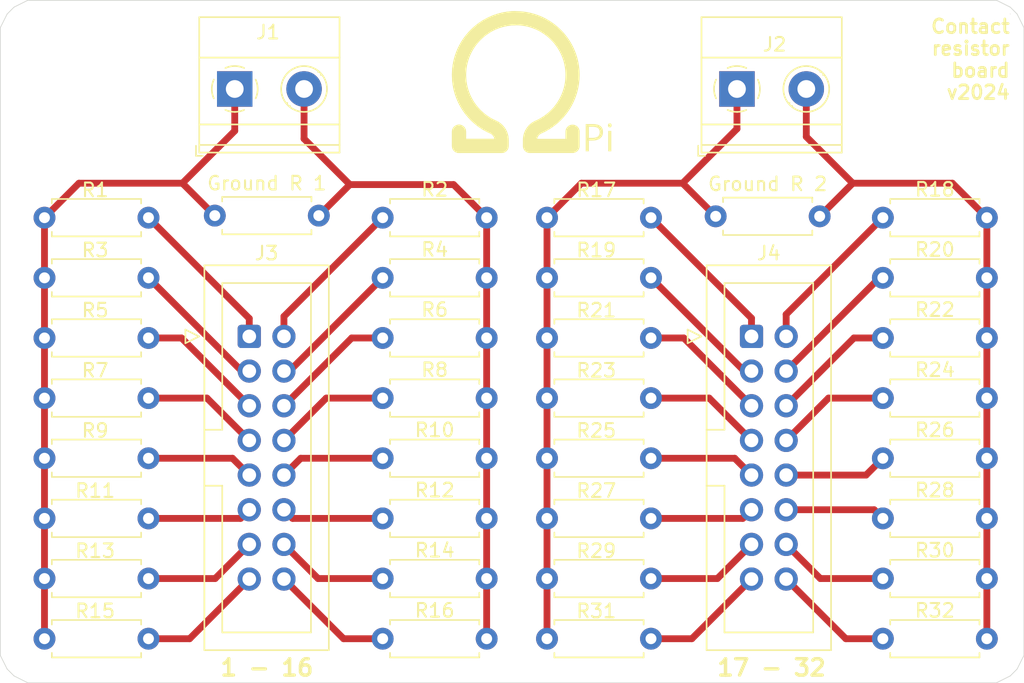
<source format=kicad_pcb>
(kicad_pcb (version 20221018) (generator pcbnew)
  (layers (0 "F.Cu" signal) (31 "B.Cu" signal) (34 "B.Paste" user) (35 "F.Paste" user) (36 "B.SilkS" user "B.Silkscreen") (37 "F.SilkS" user "F.Silkscreen") (38 "B.Mask" user) (39 "F.Mask" user) (44 "Edge.Cuts" user))
  (net 0 "")
  (net 1 "Net-(J1-Pin_1)")
  (net 2 "Net-(J1-Pin_2)")
  (net 3 "Net-(J2-Pin_1)")
  (net 4 "Net-(J2-Pin_2)")
  (net 5 "Net-(J3-Pin_1)")
  (net 6 "Net-(J3-Pin_2)")
  (net 7 "Net-(J4-Pin_1)")
  (net 8 "Net-(J4-Pin_2)")
  (net 9 "Net-(J3-Pin_3)")
  (net 10 "Net-(J3-Pin_4)")
  (net 11 "Net-(J3-Pin_5)")
  (net 12 "Net-(J3-Pin_6)")
  (net 13 "Net-(J3-Pin_7)")
  (net 14 "Net-(J3-Pin_8)")
  (net 15 "Net-(J3-Pin_9)")
  (net 16 "Net-(J3-Pin_10)")
  (net 17 "Net-(J3-Pin_11)")
  (net 18 "Net-(J3-Pin_12)")
  (net 19 "Net-(J3-Pin_13)")
  (net 20 "Net-(J3-Pin_14)")
  (net 21 "Net-(J3-Pin_15)")
  (net 22 "Net-(J3-Pin_16)")
  (net 23 "Net-(J4-Pin_16)")
  (net 24 "Net-(J4-Pin_15)")
  (net 25 "Net-(J4-Pin_14)")
  (net 26 "Net-(J4-Pin_13)")
  (net 27 "Net-(J4-Pin_12)")
  (net 28 "Net-(J4-Pin_11)")
  (net 29 "Net-(J4-Pin_10)")
  (net 30 "Net-(J4-Pin_9)")
  (net 31 "Net-(J4-Pin_8)")
  (net 32 "Net-(J4-Pin_7)")
  (net 33 "Net-(J4-Pin_6)")
  (net 34 "Net-(J4-Pin_5)")
  (net 35 "Net-(J4-Pin_4)")
  (net 36 "Net-(J4-Pin_3)")
  (footprint "Resistor_THT:R_Axial_DIN0207_L6.3mm_D2.5mm_P7.62mm_Horizontal" (layer "F.Cu") (at 70.215 62.16071)
    (fp_text reference "R12")
    (fp_text value "R")
  )
  (footprint "TerminalBlock_Phoenix:TerminalBlock_Phoenix_MKDS-1,5-2-5.08_1x02_P5.08mm_Horizontal" (layer "F.Cu") (at 96.175 30.695)
    (fp_text reference "J2")
    (fp_text value "Screw_Terminal_01x02")
  )
  (footprint "Resistor_THT:R_Axial_DIN0207_L6.3mm_D2.5mm_P7.62mm_Horizontal" (layer "F.Cu") (at 106.865 57.753568)
    (fp_text reference "R26")
    (fp_text value "R")
  )
  (footprint "Resistor_THT:R_Axial_DIN0207_L6.3mm_D2.5mm_P7.62mm_Horizontal" (layer "F.Cu") (at 70.215 53.346426)
    (fp_text reference "R8")
    (fp_text value "R")
  )
  (footprint "Resistor_THT:R_Axial_DIN0207_L6.3mm_D2.5mm_P7.62mm_Horizontal" (layer "F.Cu") (at 53.055 40.125 180)
    (fp_text reference "R1")
    (fp_text value "R")
  )
  (footprint "Resistor_THT:R_Axial_DIN0207_L6.3mm_D2.5mm_P7.62mm_Horizontal" (layer "F.Cu") (at 89.875 70.975 180)
    (fp_text reference "R31")
    (fp_text value "R")
  )
  (footprint "Resistor_THT:R_Axial_DIN0207_L6.3mm_D2.5mm_P7.62mm_Horizontal" (layer "F.Cu") (at 89.875 48.939284 180)
    (fp_text reference "R21")
    (fp_text value "R")
  )
  (footprint "Resistor_THT:R_Axial_DIN0207_L6.3mm_D2.5mm_P7.62mm_Horizontal" (layer "F.Cu") (at 94.615 40.025)
    (fp_text reference "Ground R 2")
    (fp_text value "R")
  )
  (footprint "Connector_IDC:IDC-Header_2x08_P2.54mm_Vertical" (layer "F.Cu") (at 97.24 48.825)
    (fp_text reference "J4")
    (fp_text value "Conn_02x08_Odd_Even")
  )
  (footprint "Resistor_THT:R_Axial_DIN0207_L6.3mm_D2.5mm_P7.62mm_Horizontal" (layer "F.Cu") (at 106.865 48.939284)
    (fp_text reference "R22")
    (fp_text value "R")
  )
  (footprint "Resistor_THT:R_Axial_DIN0207_L6.3mm_D2.5mm_P7.62mm_Horizontal" (layer "F.Cu") (at 89.875 62.16071 180)
    (fp_text reference "R27")
    (fp_text value "R")
  )
  (footprint "Resistor_THT:R_Axial_DIN0207_L6.3mm_D2.5mm_P7.62mm_Horizontal" (layer "F.Cu") (at 53.055 53.346426 180)
    (fp_text reference "R7")
    (fp_text value "R")
  )
  (footprint "Resistor_THT:R_Axial_DIN0207_L6.3mm_D2.5mm_P7.62mm_Horizontal" (layer "F.Cu") (at 70.215 70.975)
    (fp_text reference "R16")
    (fp_text value "R")
  )
  (footprint "Resistor_THT:R_Axial_DIN0207_L6.3mm_D2.5mm_P7.62mm_Horizontal" (layer "F.Cu") (at 53.055 44.532142 180)
    (fp_text reference "R3")
    (fp_text value "R")
  )
  (footprint "Resistor_THT:R_Axial_DIN0207_L6.3mm_D2.5mm_P7.62mm_Horizontal" (layer "F.Cu") (at 89.875 44.532142 180)
    (fp_text reference "R19")
    (fp_text value "R")
  )
  (footprint "Resistor_THT:R_Axial_DIN0207_L6.3mm_D2.5mm_P7.62mm_Horizontal" (layer "F.Cu") (at 70.215 40.125)
    (fp_text reference "R2")
    (fp_text value "R")
  )
  (footprint "Resistor_THT:R_Axial_DIN0207_L6.3mm_D2.5mm_P7.62mm_Horizontal" (layer "F.Cu") (at 53.055 70.975 180)
    (fp_text reference "R15")
    (fp_text value "R")
  )
  (footprint "Resistor_THT:R_Axial_DIN0207_L6.3mm_D2.5mm_P7.62mm_Horizontal" (layer "F.Cu") (at 106.865 70.975)
    (fp_text reference "R32")
    (fp_text value "R")
  )
  (footprint "Resistor_THT:R_Axial_DIN0207_L6.3mm_D2.5mm_P7.62mm_Horizontal" (layer "F.Cu") (at 70.215 57.753568)
    (fp_text reference "R10")
    (fp_text value "R")
  )
  (footprint "Resistor_THT:R_Axial_DIN0207_L6.3mm_D2.5mm_P7.62mm_Horizontal" (layer "F.Cu") (at 89.875 66.567852 180)
    (fp_text reference "R29")
    (fp_text value "R")
  )
  (footprint "Resistor_THT:R_Axial_DIN0207_L6.3mm_D2.5mm_P7.62mm_Horizontal" (layer "F.Cu") (at 89.875 40.125 180)
    (fp_text reference "R17")
    (fp_text value "R")
  )
  (footprint "Resistor_THT:R_Axial_DIN0207_L6.3mm_D2.5mm_P7.62mm_Horizontal" (layer "F.Cu") (at 106.865 66.567852)
    (fp_text reference "R30")
    (fp_text value "R")
  )
  (footprint "Resistor_THT:R_Axial_DIN0207_L6.3mm_D2.5mm_P7.62mm_Horizontal" (layer "F.Cu") (at 106.865 40.125)
    (fp_text reference "R18")
    (fp_text value "R")
  )
  (footprint "Resistor_THT:R_Axial_DIN0207_L6.3mm_D2.5mm_P7.62mm_Horizontal" (layer "F.Cu") (at 89.875 57.753568 180)
    (fp_text reference "R25")
    (fp_text value "R")
  )
  (footprint "Connector_IDC:IDC-Header_2x08_P2.54mm_Vertical" (layer "F.Cu") (at 60.44 48.825)
    (fp_text reference "J3")
    (fp_text value "Conn_02x08_Odd_Even")
  )
  (footprint "Resistor_THT:R_Axial_DIN0207_L6.3mm_D2.5mm_P7.62mm_Horizontal" (layer "F.Cu") (at 89.875 53.346426 180)
    (fp_text reference "R23")
    (fp_text value "R")
  )
  (footprint "Resistor_THT:R_Axial_DIN0207_L6.3mm_D2.5mm_P7.62mm_Horizontal" (layer "F.Cu") (at 106.865 62.16071)
    (fp_text reference "R28")
    (fp_text value "R")
  )
  (footprint "Resistor_THT:R_Axial_DIN0207_L6.3mm_D2.5mm_P7.62mm_Horizontal" (layer "F.Cu") (at 57.915 39.975)
    (fp_text reference "Ground R 1")
    (fp_text value "R")
  )
  (footprint "Resistor_THT:R_Axial_DIN0207_L6.3mm_D2.5mm_P7.62mm_Horizontal" (layer "F.Cu") (at 106.865 44.532142)
    (fp_text reference "R20")
    (fp_text value "R")
  )
  (footprint "Resistor_THT:R_Axial_DIN0207_L6.3mm_D2.5mm_P7.62mm_Horizontal" (layer "F.Cu") (at 70.215 66.567852)
    (fp_text reference "R14")
    (fp_text value "R")
  )
  (footprint "Resistor_THT:R_Axial_DIN0207_L6.3mm_D2.5mm_P7.62mm_Horizontal" (layer "F.Cu") (at 106.865 53.346426)
    (fp_text reference "R24")
    (fp_text value "R")
  )
  (footprint "Resistor_THT:R_Axial_DIN0207_L6.3mm_D2.5mm_P7.62mm_Horizontal" (layer "F.Cu") (at 53.055 57.753568 180)
    (fp_text reference "R9")
    (fp_text value "R")
  )
  (footprint "Resistor_THT:R_Axial_DIN0207_L6.3mm_D2.5mm_P7.62mm_Horizontal" (layer "F.Cu") (at 70.215 44.532142)
    (fp_text reference "R4")
    (fp_text value "R")
  )
  (footprint "Resistor_THT:R_Axial_DIN0207_L6.3mm_D2.5mm_P7.62mm_Horizontal" (layer "F.Cu") (at 53.055 48.939284 180)
    (fp_text reference "R5")
    (fp_text value "R")
  )
  (footprint "Resistor_THT:R_Axial_DIN0207_L6.3mm_D2.5mm_P7.62mm_Horizontal" (layer "F.Cu") (at 53.055 66.567852 180)
    (fp_text reference "R13")
    (fp_text value "R")
  )
  (footprint "Resistor_THT:R_Axial_DIN0207_L6.3mm_D2.5mm_P7.62mm_Horizontal" (layer "F.Cu") (at 70.215 48.939284)
    (fp_text reference "R6")
    (fp_text value "R")
  )
  (footprint "TerminalBlock_Phoenix:TerminalBlock_Phoenix_MKDS-1,5-2-5.08_1x02_P5.08mm_Horizontal" (layer "F.Cu") (at 59.375 30.695)
    (fp_text reference "J1")
    (fp_text value "Screw_Terminal_01x02")
  )
  (footprint "Resistor_THT:R_Axial_DIN0207_L6.3mm_D2.5mm_P7.62mm_Horizontal" (layer "F.Cu") (at 53.055 62.16071 180)
    (fp_text reference "R11")
    (fp_text value "R")
  )
  (gr_poly (pts (xy 80.207778 24.994169) (xy 80.44512 25.012275) (xy 80.679053 25.04209) (xy 80.909282 25.083317) (xy 81.135509 25.135659) (xy 81.357439 25.198822) (xy 81.574774 25.272508) (xy 81.787218 25.356422) (xy 81.994475 25.450267) (xy 82.196248 25.553747) (xy 82.39224 25.666565) (xy 82.582156 25.788426) (xy 82.765697 25.919034) (xy 82.942569 26.058091) (xy 83.112474 26.205302) (xy 83.275116 26.36037) (xy 83.430198 26.523) (xy 83.577424 26.692895) (xy 83.716498 26.869759) (xy 83.847122 27.053295) (xy 83.969 27.243208) (xy 84.081835 27.439201) (xy 84.185332 27.640978) (xy 84.279194 27.848243) (xy 84.363123 28.060699) (xy 84.436824 28.27805) (xy 84.5 28.5) (xy 84.552354 28.726253) (xy 84.59359 28.956513) (xy 84.623412 29.190483) (xy 84.641522 29.427867) (xy 84.647625 29.668368) (xy 84.634827 30.014991) (xy 84.596921 30.356376) (xy 84.534637 30.691407) (xy 84.448709 31.018965) (xy 84.339866 31.337931) (xy 84.20884 31.647188) (xy 84.056363 31.945615) (xy 83.883167 32.232096) (xy 83.689982 32.505512) (xy 83.477541 32.764744) (xy 83.246574 33.008674) (xy 82.997813 33.236183) (xy 82.73199 33.446154) (xy 82.449835 33.637467) (xy 82.152081 33.809005) (xy 81.839459 33.959648) (xy 81.809622 33.973883) (xy 81.780993 33.989821) (xy 81.753622 34.007385) (xy 81.727561 34.026497) (xy 81.702859 34.047081) (xy 81.679567 34.069059) (xy 81.657734 34.092355) (xy 81.637413 34.116891) (xy 81.618651 34.142591) (xy 81.601502 34.169377) (xy 81.586013 34.197173) (xy 81.572237 34.225902) (xy 81.560222 34.255485) (xy 81.55002 34.285848) (xy 81.541682 34.316912) (xy 81.535256 34.3486) (xy 83.607551 34.3486) (xy 83.607551 33.828597) (xy 83.608228 33.801802) (xy 83.610237 33.775363) (xy 83.613546 33.749312) (xy 83.618121 33.723681) (xy 83.623931 33.698504) (xy 83.630942 33.673813) (xy 83.639121 33.64964) (xy 83.648436 33.626017) (xy 83.658853 33.602977) (xy 83.670342 33.580552) (xy 83.682867 33.558776) (xy 83.696397 33.53768) (xy 83.710899 33.517296) (xy 83.726341 33.497658) (xy 83.742689 33.478797) (xy 83.75991 33.460747) (xy 83.777973 33.443539) (xy 83.796844 33.427206) (xy 83.81649 33.411781) (xy 83.836879 33.397295) (xy 83.857977 33.383782) (xy 83.879753 33.371274) (xy 83.902174 33.359803) (xy 83.925206 33.349401) (xy 83.948817 33.340102) (xy 83.972974 33.331938) (xy 83.997645 33.32494) (xy 84.022796 33.319142) (xy 84.048396 33.314576) (xy 84.07441 33.311275) (xy 84.100807 33.30927) (xy 84.127554 33.308594) (xy 84.154306 33.30927) (xy 84.180709 33.311275) (xy 84.206729 33.314576) (xy 84.232334 33.319142) (xy 84.25749 33.32494) (xy 84.282165 33.331938) (xy 84.306326 33.340102) (xy 84.329941 33.349401) (xy 84.352977 33.359803) (xy 84.3754 33.371274) (xy 84.397179 33.383782) (xy 84.418281 33.397295) (xy 84.438672 33.411781) (xy 84.45832 33.427206) (xy 84.477193 33.443539) (xy 84.495257 33.460747) (xy 84.51248 33.478797) (xy 84.528829 33.497658) (xy 84.544272 33.517296) (xy 84.558775 33.53768) (xy 84.572306 33.558776) (xy 84.584832 33.580552) (xy 84.596321 33.602977) (xy 84.606739 33.626017) (xy 84.616055 33.64964) (xy 84.624234 33.673813) (xy 84.631245 33.698504) (xy 84.637054 33.723681) (xy 84.64163 33.749312) (xy 84.644939 33.775363) (xy 84.646948 33.801802) (xy 84.647625 33.828597) (xy 84.647625 34.868671) (xy 84.646948 34.895466) (xy 84.644939 34.921905) (xy 84.64163 34.947956) (xy 84.637054 34.973587) (xy 84.631245 34.998764) (xy 84.624234 35.023455) (xy 84.616055 35.047628) (xy 84.606739 35.071251) (xy 84.596321 35.094291) (xy 84.584832 35.116716) (xy 84.572306 35.138492) (xy 84.558775 35.159588) (xy 84.544272 35.179972) (xy 84.528829 35.19961) (xy 84.51248 35.218471) (xy 84.495257 35.236521) (xy 84.477193 35.253729) (xy 84.45832 35.270062) (xy 84.438672 35.285487) (xy 84.418281 35.299973) (xy 84.397179 35.313486) (xy 84.3754 35.325994) (xy 84.352977 35.337465) (xy 84.329941 35.347867) (xy 84.306326 35.357166) (xy 84.282165 35.365331) (xy 84.25749 35.372328) (xy 84.232334 35.378126) (xy 84.206729 35.382692) (xy 84.180709 35.385994) (xy 84.154306 35.387998) (xy 84.127554 35.388674) (xy 81.007399 35.388674) (xy 80.980653 35.387998) (xy 80.954256 35.385994) (xy 80.928241 35.382692) (xy 80.902642 35.378126) (xy 80.87749 35.372328) (xy 80.85282 35.365331) (xy 80.828663 35.357166) (xy 80.805051 35.347867) (xy 80.782019 35.337465) (xy 80.759599 35.325994) (xy 80.737823 35.313486) (xy 80.716724 35.299973) (xy 80.696335 35.285487) (xy 80.676689 35.270062) (xy 80.657818 35.253729) (xy 80.639756 35.236521) (xy 80.622534 35.218471) (xy 80.606186 35.19961) (xy 80.590745 35.179972) (xy 80.576243 35.159588) (xy 80.562712 35.138492) (xy 80.550187 35.116716) (xy 80.538699 35.094291) (xy 80.528281 35.071251) (xy 80.518966 35.047628) (xy 80.510787 35.023455) (xy 80.503776 34.998764) (xy 80.497967 34.973587) (xy 80.493391 34.947956) (xy 80.490083 34.921905) (xy 80.488073 34.895466) (xy 80.487396 34.868671) (xy 80.487396 34.437001) (xy 80.491658 34.321434) (xy 80.504281 34.207629) (xy 80.525022 34.095956) (xy 80.553638 33.986785) (xy 80.589887 33.880488) (xy 80.633525 33.777436) (xy 80.684309 33.677999) (xy 80.741998 33.582548) (xy 80.806346 33.491454) (xy 80.877113 33.405088) (xy 80.954054 33.323821) (xy 81.036927 33.248023) (xy 81.125489 33.178065) (xy 81.219496 33.114319) (xy 81.318707 33.057154) (xy 81.422878 33.006942) (xy 81.545908 32.950412) (xy 81.666115 32.889713) (xy 81.783429 32.824953) (xy 81.897779 32.756241) (xy 82.009093 32.683686) (xy 82.117301 32.607395) (xy 82.22233 32.527478) (xy 82.324112 32.444042) (xy 82.422573 32.357197) (xy 82.517644 32.267051) (xy 82.609253 32.173713) (xy 82.697329 32.07729) (xy 82.781801 31.977892) (xy 82.862599 31.875628) (xy 82.93965 31.770605) (xy 83.012884 31.662932) (xy 83.082231 31.552718) (xy 83.147618 31.440072) (xy 83.208975 31.325101) (xy 83.266231 31.207915) (xy 83.319315 31.088621) (xy 83.368155 30.967329) (xy 83.412681 30.844147) (xy 83.452822 30.719184) (xy 83.488506 30.592547) (xy 83.519663 30.464347) (xy 83.546222 30.33469) (xy 83.568111 30.203686) (xy 83.585259 30.071444) (xy 83.597596 29.938071) (xy 83.60505 29.803676) (xy 83.607551 29.668368) (xy 83.602805 29.48136) (xy 83.588723 29.29677) (xy 83.565533 29.11483) (xy 83.533466 28.935771) (xy 83.492754 28.759822) (xy 83.443626 28.587215) (xy 83.386313 28.41818) (xy 83.321045 28.252949) (xy 83.248053 28.091751) (xy 83.167566 27.934818) (xy 83.079817 27.78238) (xy 82.985034 27.634667) (xy 82.883449 27.491912) (xy 82.775292 27.354343) (xy 82.660793 27.222193) (xy 82.540183 27.095692) (xy 82.413691 26.975069) (xy 82.28155 26.860557) (xy 82.143989 26.752386) (xy 82.001238 26.650786) (xy 81.853528 26.555989) (xy 81.701089 26.468224) (xy 81.544152 26.387723) (xy 81.382948 26.314717) (xy 81.217706 26.249435) (xy 81.048657 26.192109) (xy 80.876032 26.142969) (xy 80.700061 26.102247) (xy 80.520974 26.070172) (xy 80.339002 26.046976) (xy 80.154376 26.03289) (xy 79.967325 26.028143) (xy 79.780274 26.03289) (xy 79.595648 26.046976) (xy 79.413676 26.070172) (xy 79.234589 26.102247) (xy 79.058618 26.142969) (xy 78.885993 26.192109) (xy 78.716944 26.249435) (xy 78.551702 26.314717) (xy 78.390497 26.387723) (xy 78.233561 26.468224) (xy 78.081122 26.555989) (xy 77.933412 26.650786) (xy 77.790661 26.752386) (xy 77.6531 26.860557) (xy 77.520958 26.975069) (xy 77.394467 27.095692) (xy 77.273857 27.222193) (xy 77.159358 27.354343) (xy 77.051201 27.491912) (xy 76.949616 27.634667) (xy 76.854833 27.78238) (xy 76.767083 27.934818) (xy 76.686597 28.091751) (xy 76.613605 28.252949) (xy 76.548337 28.41818) (xy 76.491024 28.587215) (xy 76.441896 28.759822) (xy 76.401183 28.935771) (xy 76.369117 29.11483) (xy 76.345927 29.29677) (xy 76.331844 29.48136) (xy 76.327099 29.668368) (xy 76.337054 29.938071) (xy 76.366539 30.203686) (xy 76.414987 30.464347) (xy 76.481828 30.719184) (xy 76.566495 30.967329) (xy 76.668419 31.207915) (xy 76.787032 31.440072) (xy 76.921766 31.662932) (xy 77.072052 31.875628) (xy 77.237321 32.07729) (xy 77.417006 32.267051) (xy 77.610539 32.444042) (xy 77.81735 32.607395) (xy 78.036871 32.756241) (xy 78.268535 32.889713) (xy 78.511772 33.006942) (xy 78.564463 33.031156) (xy 78.615944 33.057154) (xy 78.666185 33.08489) (xy 78.715157 33.114319) (xy 78.762827 33.145392) (xy 78.809168 33.178065) (xy 78.854146 33.212291) (xy 78.897734 33.248023) (xy 78.939899 33.285215) (xy 78.980612 33.323821) (xy 79.019842 33.363794) (xy 79.057559 33.405088) (xy 79.093732 33.447657) (xy 79.128331 33.491454) (xy 79.161326 33.536434) (xy 79.192687 33.582548) (xy 79.222382 33.629752) (xy 79.250381 33.677999) (xy 79.276655 33.727242) (xy 79.301172 33.777436) (xy 79.323902 33.828533) (xy 79.344816 33.880488) (xy 79.363882 33.933254) (xy 79.38107 33.986785) (xy 79.396349 34.041034) (xy 79.409691 34.095956) (xy 79.421062 34.151502) (xy 79.430435 34.207629) (xy 79.437778 34.264288) (xy 79.44306 34.321434) (xy 79.446252 34.379021) (xy 79.447322 34.437001) (xy 79.447322 34.868671) (xy 79.446645 34.895466) (xy 79.444636 34.921905) (xy 79.441327 34.947956) (xy 79.436752 34.973587) (xy 79.430942 34.998764) (xy 79.423931 35.023455) (xy 79.415752 35.047628) (xy 79.406436 35.071251) (xy 79.396018 35.094291) (xy 79.38453 35.116716) (xy 79.372003 35.138492) (xy 79.358472 35.159588) (xy 79.343969 35.179972) (xy 79.328527 35.19961) (xy 79.312177 35.218471) (xy 79.294954 35.236521) (xy 79.27689 35.253729) (xy 79.258017 35.270062) (xy 79.238369 35.285487) (xy 79.217978 35.299973) (xy 79.196876 35.313486) (xy 79.175097 35.325994) (xy 79.152674 35.337465) (xy 79.129638 35.347867) (xy 79.106023 35.357166) (xy 79.081862 35.365331) (xy 79.057187 35.372328) (xy 79.032031 35.378126) (xy 79.006426 35.382692) (xy 78.980406 35.385994) (xy 78.954004 35.387998) (xy 78.927251 35.388674) (xy 75.807097 35.388674) (xy 75.78035 35.387998) (xy 75.753953 35.385994) (xy 75.727939 35.382692) (xy 75.70234 35.378126) (xy 75.677188 35.372328) (xy 75.652517 35.365331) (xy 75.62836 35.357166) (xy 75.604749 35.347867) (xy 75.581717 35.337465) (xy 75.559296 35.325994) (xy 75.53752 35.313486) (xy 75.516422 35.299973) (xy 75.496033 35.285487) (xy 75.476387 35.270062) (xy 75.457516 35.253729) (xy 75.439453 35.236521) (xy 75.422232 35.218471) (xy 75.405884 35.19961) (xy 75.390443 35.179972) (xy 75.37594 35.159588) (xy 75.36241 35.138492) (xy 75.349885 35.116716) (xy 75.338397 35.094291) (xy 75.327979 35.071251) (xy 75.318664 35.047628) (xy 75.310485 35.023455) (xy 75.303474 34.998764) (xy 75.297665 34.973587) (xy 75.293089 34.947956) (xy 75.289781 34.921905) (xy 75.287771 34.895466) (xy 75.287094 34.868671) (xy 75.287094 33.828597) (xy 75.287771 33.801802) (xy 75.289781 33.775363) (xy 75.293089 33.749312) (xy 75.297665 33.723681) (xy 75.303474 33.698504) (xy 75.310485 33.673813) (xy 75.318664 33.64964) (xy 75.327979 33.626017) (xy 75.338397 33.602977) (xy 75.349885 33.580552) (xy 75.36241 33.558776) (xy 75.37594 33.53768) (xy 75.390443 33.517296) (xy 75.405884 33.497658) (xy 75.422232 33.478797) (xy 75.439453 33.460747) (xy 75.457516 33.443539) (xy 75.476387 33.427206) (xy 75.496033 33.411781) (xy 75.516422 33.397295) (xy 75.53752 33.383782) (xy 75.559296 33.371274) (xy 75.581717 33.359803) (xy 75.604749 33.349401) (xy 75.62836 33.340102) (xy 75.652517 33.331938) (xy 75.677188 33.32494) (xy 75.70234 33.319142) (xy 75.727939 33.314576) (xy 75.753953 33.311275) (xy 75.78035 33.30927) (xy 75.807097 33.308594) (xy 75.833844 33.30927) (xy 75.86024 33.311275) (xy 75.886255 33.314576) (xy 75.911854 33.319142) (xy 75.937006 33.32494) (xy 75.961676 33.331938) (xy 75.985833 33.340102) (xy 76.009445 33.349401) (xy 76.032477 33.359803) (xy 76.054897 33.371274) (xy 76.076673 33.383782) (xy 76.097772 33.397295) (xy 76.118161 33.411781) (xy 76.137807 33.427206) (xy 76.156677 33.443539) (xy 76.17474 33.460747) (xy 76.191961 33.478797) (xy 76.208309 33.497658) (xy 76.223751 33.517296) (xy 76.238253 33.53768) (xy 76.251783 33.558776) (xy 76.264309 33.580552) (xy 76.275797 33.602977) (xy 76.286214 33.626017) (xy 76.295529 33.64964) (xy 76.303708 33.673813) (xy 76.310719 33.698504) (xy 76.316528 33.723681) (xy 76.321104 33.749312) (xy 76.324413 33.775363) (xy 76.326422 33.801802) (xy 76.327099 33.828597) (xy 76.327099 34.3486) (xy 78.399462 34.3486) (xy 78.393025 34.316912) (xy 78.384676 34.285848) (xy 78.374465 34.255485) (xy 78.362444 34.225902) (xy 78.348661 34.197173) (xy 78.333169 34.169377) (xy 78.316017 34.142591) (xy 78.297255 34.116891) (xy 78.276934 34.092355) (xy 78.255104 34.069059) (xy 78.231816 34.047081) (xy 78.207119 34.026497) (xy 78.181065 34.007385) (xy 78.153704 33.989821) (xy 78.125085 33.973883) (xy 78.09526 33.959648) (xy 77.93713 33.887008) (xy 77.782626 33.809005) (xy 77.631841 33.725778) (xy 77.484864 33.637467) (xy 77.341788 33.544213) (xy 77.202704 33.446154) (xy 77.067703 33.343431) (xy 76.936877 33.236183) (xy 76.810317 33.124551) (xy 76.688114 33.008674) (xy 76.570361 32.888692) (xy 76.457148 32.764744) (xy 76.348566 32.636971) (xy 76.244708 32.505512) (xy 76.145664 32.370507) (xy 76.051526 32.232096) (xy 75.962385 32.090419) (xy 75.878333 31.945615) (xy 75.799461 31.797825) (xy 75.725861 31.647188) (xy 75.657623 31.493843) (xy 75.59484 31.337931) (xy 75.537602 31.179592) (xy 75.486001 31.018965) (xy 75.440129 30.85619) (xy 75.400076 30.691407) (xy 75.365935 30.524756) (xy 75.337796 30.356376) (xy 75.315751 30.186408) (xy 75.299891 30.014991) (xy 75.290309 29.842264) (xy 75.287094 29.668368) (xy 75.293197 29.427867) (xy 75.311307 29.190483) (xy 75.341127 28.956513) (xy 75.382362 28.726253) (xy 75.434715 28.5) (xy 75.497889 28.27805) (xy 75.571588 28.060699) (xy 75.655515 27.848243) (xy 75.749374 27.640978) (xy 75.852868 27.439201) (xy 75.965701 27.243208) (xy 76.087576 27.053295) (xy 76.218197 26.869759) (xy 76.357267 26.692895) (xy 76.504489 26.523) (xy 76.659568 26.36037) (xy 76.822207 26.205302) (xy 76.992109 26.058091) (xy 77.168978 25.919034) (xy 77.352516 25.788426) (xy 77.542429 25.666565) (xy 77.738418 25.553747) (xy 77.940188 25.450267) (xy 78.147443 25.356422) (xy 78.359885 25.272508) (xy 78.577218 25.198822) (xy 78.799145 25.135659) (xy 79.025371 25.083317) (xy 79.255598 25.04209) (xy 79.489531 25.012275) (xy 79.726872 24.994169) (xy 79.967325 24.988068)) (fill solid) (layer "F.SilkS"))
  (gr_poly (pts (xy 79.967325 26.028143) (xy 79.780274 26.03289) (xy 79.595648 26.046976) (xy 79.413676 26.070172) (xy 79.234589 26.102247) (xy 79.058618 26.142969) (xy 78.885993 26.192109) (xy 78.716944 26.249435) (xy 78.551702 26.314717) (xy 78.390497 26.387723) (xy 78.233561 26.468224) (xy 78.081122 26.555989) (xy 77.933412 26.650786) (xy 77.790661 26.752386) (xy 77.6531 26.860557) (xy 77.520958 26.975069) (xy 77.394467 27.095692) (xy 77.273857 27.222193) (xy 77.159358 27.354343) (xy 77.051201 27.491912) (xy 76.949616 27.634667) (xy 76.854833 27.78238) (xy 76.767083 27.934818) (xy 76.686597 28.091751) (xy 76.613605 28.252949) (xy 76.548337 28.41818) (xy 76.491024 28.587215) (xy 76.441896 28.759822) (xy 76.401183 28.935771) (xy 76.369117 29.11483) (xy 76.345927 29.29677) (xy 76.331844 29.48136) (xy 76.327099 29.668368) (xy 76.329599 29.803676) (xy 76.337054 29.938071) (xy 76.349391 30.071444) (xy 76.366539 30.203686) (xy 76.388428 30.33469) (xy 76.414987 30.464347) (xy 76.446144 30.592547) (xy 76.481828 30.719184) (xy 76.521969 30.844147) (xy 76.566495 30.967329) (xy 76.615335 31.088621) (xy 76.668419 31.207915) (xy 76.725675 31.325101) (xy 76.787032 31.440072) (xy 76.852419 31.552718) (xy 76.921766 31.662932) (xy 76.995 31.770605) (xy 77.072052 31.875628) (xy 77.152849 31.977892) (xy 77.237321 32.07729) (xy 77.325397 32.173713) (xy 77.417006 32.267051) (xy 77.512077 32.357197) (xy 77.610539 32.444042) (xy 77.71232 32.527478) (xy 77.81735 32.607395) (xy 77.925557 32.683686) (xy 78.036871 32.756241) (xy 78.151221 32.824953) (xy 78.268535 32.889713) (xy 78.388742 32.950412) (xy 78.511772 33.006942) (xy 78.615944 33.057154) (xy 78.715157 33.114319) (xy 78.809168 33.178065) (xy 78.897734 33.248023) (xy 78.980612 33.323821) (xy 79.057559 33.405088) (xy 79.128331 33.491454) (xy 79.192687 33.582548) (xy 79.250381 33.677999) (xy 79.301172 33.777436) (xy 79.344816 33.880488) (xy 79.38107 33.986785) (xy 79.409691 34.095956) (xy 79.430435 34.207629) (xy 79.44306 34.321434) (xy 79.447322 34.437001) (xy 79.447322 34.868671) (xy 79.446645 34.895466) (xy 79.444636 34.921905) (xy 79.441327 34.947956) (xy 79.436752 34.973587) (xy 79.430942 34.998764) (xy 79.423931 35.023455) (xy 79.415752 35.047628) (xy 79.406436 35.071251) (xy 79.396018 35.094291) (xy 79.38453 35.116716) (xy 79.372003 35.138492) (xy 79.358472 35.159588) (xy 79.343969 35.179972) (xy 79.328527 35.19961) (xy 79.312177 35.218471) (xy 79.294954 35.236521) (xy 79.27689 35.253729) (xy 79.258017 35.270062) (xy 79.238369 35.285487) (xy 79.217978 35.299973) (xy 79.196876 35.313486) (xy 79.175097 35.325994) (xy 79.152674 35.337465) (xy 79.129638 35.347867) (xy 79.106023 35.357166) (xy 79.081862 35.365331) (xy 79.057187 35.372328) (xy 79.032031 35.378126) (xy 79.006426 35.382692) (xy 78.980406 35.385994) (xy 78.954004 35.387998) (xy 78.927251 35.388674) (xy 75.807097 35.388674) (xy 75.78035 35.387998) (xy 75.753953 35.385994) (xy 75.727939 35.382692) (xy 75.70234 35.378126) (xy 75.677188 35.372328) (xy 75.652517 35.365331) (xy 75.62836 35.357166) (xy 75.604749 35.347867) (xy 75.581717 35.337465) (xy 75.559296 35.325994) (xy 75.53752 35.313486) (xy 75.516422 35.299973) (xy 75.496033 35.285487) (xy 75.476387 35.270062) (xy 75.457516 35.253729) (xy 75.439453 35.236521) (xy 75.422232 35.218471) (xy 75.405884 35.19961) (xy 75.390443 35.179972) (xy 75.37594 35.159588) (xy 75.36241 35.138492) (xy 75.349885 35.116716) (xy 75.338397 35.094291) (xy 75.327979 35.071251) (xy 75.318664 35.047628) (xy 75.310485 35.023455) (xy 75.303474 34.998764) (xy 75.297665 34.973587) (xy 75.293089 34.947956) (xy 75.289781 34.921905) (xy 75.287771 34.895466) (xy 75.287094 34.868671) (xy 75.287094 33.828597) (xy 75.287771 33.801802) (xy 75.289781 33.775363) (xy 75.293089 33.749312) (xy 75.297665 33.723681) (xy 75.303474 33.698504) (xy 75.310485 33.673813) (xy 75.318664 33.64964) (xy 75.327979 33.626017) (xy 75.338397 33.602977) (xy 75.349885 33.580552) (xy 75.36241 33.558776) (xy 75.37594 33.53768) (xy 75.390443 33.517296) (xy 75.405884 33.497658) (xy 75.422232 33.478797) (xy 75.439453 33.460747) (xy 75.457516 33.443539) (xy 75.476387 33.427206) (xy 75.496033 33.411781) (xy 75.516422 33.397295) (xy 75.53752 33.383782) (xy 75.559296 33.371274) (xy 75.581717 33.359803) (xy 75.604749 33.349401) (xy 75.62836 33.340102) (xy 75.652517 33.331938) (xy 75.677188 33.32494) (xy 75.70234 33.319142) (xy 75.727939 33.314576) (xy 75.753953 33.311275) (xy 75.78035 33.30927) (xy 75.807097 33.308594) (xy 75.833844 33.30927) (xy 75.86024 33.311275) (xy 75.886255 33.314576) (xy 75.911854 33.319142) (xy 75.937006 33.32494) (xy 75.961676 33.331938) (xy 75.985833 33.340102) (xy 76.009445 33.349401) (xy 76.032477 33.359803) (xy 76.054897 33.371274) (xy 76.076673 33.383782) (xy 76.097772 33.397295) (xy 76.118161 33.411781) (xy 76.137807 33.427206) (xy 76.156677 33.443539) (xy 76.17474 33.460747) (xy 76.191961 33.478797) (xy 76.208309 33.497658) (xy 76.223751 33.517296) (xy 76.238253 33.53768) (xy 76.251783 33.558776) (xy 76.264309 33.580552) (xy 76.275797 33.602977) (xy 76.286214 33.626017) (xy 76.295529 33.64964) (xy 76.303708 33.673813) (xy 76.310719 33.698504) (xy 76.316528 33.723681) (xy 76.321104 33.749312) (xy 76.324413 33.775363) (xy 76.326422 33.801802) (xy 76.327099 33.828597) (xy 76.327099 34.3486) (xy 78.399462 34.3486) (xy 78.393025 34.316912) (xy 78.384676 34.285848) (xy 78.374465 34.255485) (xy 78.362444 34.225902) (xy 78.348661 34.197173) (xy 78.333169 34.169377) (xy 78.316017 34.142591) (xy 78.297255 34.116891) (xy 78.276934 34.092355) (xy 78.255104 34.069059) (xy 78.231816 34.047081) (xy 78.207119 34.026497) (xy 78.181065 34.007385) (xy 78.153704 33.989821) (xy 78.125085 33.973883) (xy 78.09526 33.959648) (xy 77.782626 33.809005) (xy 77.484864 33.637467) (xy 77.202704 33.446154) (xy 76.936877 33.236183) (xy 76.688114 33.008674) (xy 76.457148 32.764744) (xy 76.244708 32.505512) (xy 76.051526 32.232096) (xy 75.878333 31.945615) (xy 75.725861 31.647188) (xy 75.59484 31.337931) (xy 75.486001 31.018965) (xy 75.400076 30.691407) (xy 75.337796 30.356376) (xy 75.299891 30.014991) (xy 75.287094 29.668368) (xy 75.293197 29.427867) (xy 75.311307 29.190483) (xy 75.341127 28.956513) (xy 75.382362 28.726253) (xy 75.434715 28.5) (xy 75.497889 28.27805) (xy 75.571588 28.060699) (xy 75.655515 27.848243) (xy 75.749374 27.640978) (xy 75.852868 27.439201) (xy 75.965701 27.243208) (xy 76.087576 27.053295) (xy 76.218197 26.869759) (xy 76.357267 26.692895) (xy 76.504489 26.523) (xy 76.659568 26.36037) (xy 76.822207 26.205302) (xy 76.992109 26.058091) (xy 77.168978 25.919034) (xy 77.352516 25.788426) (xy 77.542429 25.666565) (xy 77.738418 25.553747) (xy 77.940188 25.450267) (xy 78.147443 25.356422) (xy 78.359885 25.272508) (xy 78.577218 25.198822) (xy 78.799145 25.135659) (xy 79.025371 25.083317) (xy 79.255598 25.04209) (xy 79.489531 25.012275) (xy 79.726872 24.994169) (xy 79.967325 24.988068)) (fill solid) (layer "F.SilkS"))
  (gr_poly (pts (xy 86.967686 35.261916) (xy 86.740862 35.261916) (xy 86.740862 33.764815) (xy 86.967686 33.764815)) (fill solid) (layer "F.SilkS"))
  (gr_poly (pts (xy 85.699246 33.267136) (xy 85.784011 33.273958) (xy 85.862931 33.285326) (xy 85.936004 33.301243) (xy 85.970349 33.310906) (xy 86.003232 33.321707) (xy 86.034654 33.333644) (xy 86.064614 33.346718) (xy 86.093113 33.360929) (xy 86.12015 33.376277) (xy 86.145726 33.392762) (xy 86.16984 33.410384) (xy 86.192493 33.429142) (xy 86.213684 33.449038) (xy 86.233414 33.47007) (xy 86.251682 33.492239) (xy 86.268489 33.515545) (xy 86.283835 33.539988) (xy 86.297719 33.565568) (xy 86.310141 33.592285) (xy 86.321102 33.620138) (xy 86.330602 33.649129) (xy 86.33864 33.679256) (xy 86.345217 33.710521) (xy 86.350332 33.742922) (xy 86.353986 33.77646) (xy 86.356178 33.811135) (xy 86.356909 33.846947) (xy 86.3561 33.884304) (xy 86.353673 33.920566) (xy 86.349628 33.955733) (xy 86.343966 33.989806) (xy 86.336687 34.022783) (xy 86.32779 34.054666) (xy 86.317277 34.085454) (xy 86.305147 34.115147) (xy 86.2914 34.143745) (xy 86.276037 34.171248) (xy 86.259058 34.197656) (xy 86.240463 34.22297) (xy 86.220252 34.247188) (xy 86.198426 34.270312) (xy 86.174984 34.29234) (xy 86.149928 34.313274) (xy 86.123392 34.333036) (xy 86.095461 34.351521) (xy 86.066134 34.368731) (xy 86.035413 34.384666) (xy 86.003296 34.399326) (xy 85.969784 34.41271) (xy 85.934877 34.424819) (xy 85.898574 34.435653) (xy 85.860876 34.445212) (xy 85.821783 34.453496) (xy 85.781295 34.460505) (xy 85.739411 34.46624) (xy 85.696132 34.4707) (xy 85.651458 34.473886) (xy 85.605388 34.475797) (xy 85.557923 34.476434) (xy 85.323104 34.476434) (xy 85.323104 35.261916) (xy 85.090768 35.261916) (xy 85.090768 33.465781) (xy 85.323104 33.465781) (xy 85.323104 34.27717) (xy 85.532015 34.27717) (xy 85.569925 34.27678) (xy 85.606501 34.275613) (xy 85.641743 34.273666) (xy 85.67565 34.27094) (xy 85.708224 34.267436) (xy 85.739464 34.263152) (xy 85.769371 34.258088) (xy 85.797943 34.252244) (xy 85.825181 34.245621) (xy 85.851086 34.238217) (xy 85.875656 34.230033) (xy 85.898893 34.221069) (xy 85.920795 34.211323) (xy 85.941364 34.200797) (xy 85.960599 34.189489) (xy 85.9785 34.1774) (xy 85.986995 34.171049) (xy 85.99522 34.164463) (xy 86.003176 34.157642) (xy 86.010862 34.150586) (xy 86.018279 34.143296) (xy 86.025425 34.13577) (xy 86.032302 34.128009) (xy 86.03891 34.120014) (xy 86.045247 34.111784) (xy 86.051315 34.103319) (xy 86.057114 34.094619) (xy 86.062642 34.085684) (xy 86.067901 34.076514) (xy 86.07289 34.06711) (xy 86.08206 34.047597) (xy 86.09015 34.027145) (xy 86.097162 34.005754) (xy 86.103095 33.983424) (xy 86.10795 33.960155) (xy 86.111725 33.935948) (xy 86.114422 33.910802) (xy 86.11604 33.884718) (xy 86.11658 33.857695) (xy 86.116072 33.833361) (xy 86.114551 33.809814) (xy 86.112016 33.787053) (xy 86.108466 33.765079) (xy 86.103903 33.743892) (xy 86.098325 33.723492) (xy 86.091733 33.703879) (xy 86.084127 33.685053) (xy 86.075506 33.667014) (xy 86.065872 33.649763) (xy 86.055223 33.633299) (xy 86.043561 33.617623) (xy 86.030884 33.602734) (xy 86.017193 33.588633) (xy 86.002488 33.57532) (xy 85.986768 33.562795) (xy 85.970001 33.551055) (xy 85.9521 33.540071) (xy 85.933065 33.529843) (xy 85.912897 33.520371) (xy 85.891595 33.511656) (xy 85.869159 33.503697) (xy 85.84559 33.496496) (xy 85.820887 33.490052) (xy 85.79505 33.484365) (xy 85.76808 33.479436) (xy 85.739976 33.475264) (xy 85.710738 33.471851) (xy 85.680367 33.469196) (xy 85.648862 33.467299) (xy 85.616224 33.466161) (xy 85.582452 33.465781) (xy 85.323104 33.465781) (xy 85.090768 33.465781) (xy 85.090768 33.264863) (xy 85.608634 33.264863)) (fill solid) (layer "F.SilkS"))
  (gr_poly (pts (xy 86.86255 33.209059) (xy 86.869193 33.209493) (xy 86.875716 33.210215) (xy 86.88212 33.211226) (xy 86.888406 33.212526) (xy 86.894573 33.214114) (xy 86.900622 33.215991) (xy 86.906553 33.218156) (xy 86.912366 33.220609) (xy 86.918061 33.223351) (xy 86.923638 33.22638) (xy 86.929099 33.229698) (xy 86.934442 33.233303) (xy 86.939669 33.237196) (xy 86.944779 33.241377) (xy 86.949772 33.245846) (xy 86.954578 33.250624) (xy 86.959073 33.255709) (xy 86.963259 33.261102) (xy 86.967135 33.266801) (xy 86.9707 33.272806) (xy 86.973956 33.279119) (xy 86.976901 33.285738) (xy 86.979537 33.292665) (xy 86.981862 33.299898) (xy 86.983878 33.307438) (xy 86.985583 33.315284) (xy 86.986978 33.323438) (xy 86.988063 33.331898) (xy 86.988838 33.340666) (xy 86.989304 33.34974) (xy 86.989459 33.359121) (xy 86.989304 33.368553) (xy 86.988838 33.377679) (xy 86.988063 33.386498) (xy 86.986978 33.39501) (xy 86.985583 33.403215) (xy 86.983878 33.411114) (xy 86.981862 33.418705) (xy 86.979537 33.42599) (xy 86.976901 33.432968) (xy 86.973956 33.439639) (xy 86.9707 33.446003) (xy 86.967135 33.452061) (xy 86.963259 33.457811) (xy 86.959073 33.463255) (xy 86.954578 33.468392) (xy 86.949772 33.473222) (xy 86.944779 33.477765) (xy 86.939669 33.482014) (xy 86.934442 33.485969) (xy 86.929099 33.48963) (xy 86.923638 33.492999) (xy 86.918061 33.496073) (xy 86.912366 33.498855) (xy 86.906553 33.501343) (xy 86.900622 33.503538) (xy 86.894573 33.50544) (xy 86.888406 33.507049) (xy 86.88212 33.508365) (xy 86.875716 33.509389) (xy 86.869193 33.51012) (xy 86.86255 33.510558) (xy 86.855789 33.510705) (xy 86.848656 33.510558) (xy 86.841675 33.51012) (xy 86.834846 33.509389) (xy 86.828168 33.508365) (xy 86.821642 33.507049) (xy 86.815268 33.50544) (xy 86.809046 33.503538) (xy 86.802976 33.501343) (xy 86.797057 33.498855) (xy 86.791291 33.496073) (xy 86.785676 33.492999) (xy 86.780213 33.48963) (xy 86.774902 33.485969) (xy 86.769742 33.482014) (xy 86.764735 33.477765) (xy 86.759879 33.473222) (xy 86.755274 33.468392) (xy 86.750965 33.463255) (xy 86.746953 33.457811) (xy 86.743239 33.452061) (xy 86.739822 33.446003) (xy 86.736702 33.439639) (xy 86.733879 33.432968) (xy 86.731354 33.42599) (xy 86.729125 33.418705) (xy 86.727194 33.411114) (xy 86.725559 33.403215) (xy 86.724222 33.39501) (xy 86.723182 33.386498) (xy 86.72244 33.377679) (xy 86.721994 33.368553) (xy 86.721845 33.359121) (xy 86.721994 33.349569) (xy 86.72244 33.340343) (xy 86.723182 33.331442) (xy 86.724222 33.322868) (xy 86.725559 33.314618) (xy 86.727194 33.306694) (xy 86.729125 33.299095) (xy 86.731354 33.291821) (xy 86.733879 33.284871) (xy 86.736702 33.278246) (xy 86.739822 33.271945) (xy 86.743239 33.265968) (xy 86.746953 33.260314) (xy 86.750965 33.254984) (xy 86.755274 33.249978) (xy 86.759879 33.245295) (xy 86.764735 33.240889) (xy 86.769742 33.236768) (xy 86.774902 33.232931) (xy 86.780213 33.229378) (xy 86.785676 33.22611) (xy 86.791291 33.223125) (xy 86.797057 33.220425) (xy 86.802976 33.21801) (xy 86.809046 33.215878) (xy 86.815268 33.214031) (xy 86.821642 33.212467) (xy 86.828168 33.211188) (xy 86.834846 33.210194) (xy 86.841675 33.209483) (xy 86.848656 33.209057) (xy 86.855789 33.208915)) (fill solid) (layer "F.SilkS"))
  (gr_line (start 117.2 72.2) (end 116.7 73.2) (stroke (width 0.05)) (layer "Edge.Cuts"))
  (gr_line (start 116.7 25.2) (end 117.2 26.2) (stroke (width 0.05)) (layer "Edge.Cuts"))
  (gr_line (start 44.2 74.2) (end 43.2 73.7) (stroke (width 0.05)) (layer "Edge.Cuts"))
  (gr_line (start 43.2 73.7) (end 42.7 73.2) (stroke (width 0.05)) (layer "Edge.Cuts"))
  (gr_line (start 43.2 24.7) (end 42.7 25.2) (stroke (width 0.05)) (layer "Edge.Cuts"))
  (gr_line (start 44.2 24.2) (end 43.2 24.7) (stroke (width 0.05)) (layer "Edge.Cuts"))
  (gr_line (start 42.2 26.2) (end 42.7 25.2) (stroke (width 0.05)) (layer "Edge.Cuts"))
  (gr_line (start 42.2 26.2) (end 42.2 72.2) (stroke (width 0.05)) (layer "Edge.Cuts"))
  (gr_line (start 116.2 73.7) (end 115.2 74.2) (stroke (width 0.05)) (layer "Edge.Cuts"))
  (gr_line (start 115.2 24.2) (end 116.2 24.7) (stroke (width 0.05)) (layer "Edge.Cuts"))
  (gr_line (start 116.2 24.7) (end 116.7 25.2) (stroke (width 0.05)) (layer "Edge.Cuts"))
  (gr_line (start 44.2 24.2) (end 115.2 24.2) (stroke (width 0.05)) (layer "Edge.Cuts"))
  (gr_line (start 44.2 74.2) (end 115.2 74.2) (stroke (width 0.05)) (layer "Edge.Cuts"))
  (gr_line (start 116.7 73.2) (end 116.2 73.7) (stroke (width 0.05)) (layer "Edge.Cuts"))
  (gr_line (start 117.2 72.2) (end 117.2 26.2) (stroke (width 0.05)) (layer "Edge.Cuts"))
  (gr_line (start 42.7 73.2) (end 42.2 72.2) (stroke (width 0.05)) (layer "Edge.Cuts"))
  (gr_line (start 116.2 25.2) (end 116.2 25.2) (stroke (width 0.05)) (layer "Edge.Cuts"))
  (gr_text "Contact\nresistor\nboard\nv2024" (at 116.267325 31.528143) (layer "F.SilkS") (effects (font (size 1 1) (thickness 0.2) bold) (justify right bottom)))
  (gr_text "1 - 16" (at 58.2 73.8) (layer "F.SilkS") (effects (font (size 1.2 1.2) (thickness 0.25) bold) (justify left bottom)))
  (gr_text "17 - 32" (at 94.6 73.8) (layer "F.SilkS") (effects (font (size 1.2 1.2) (thickness 0.25) bold) (justify left bottom)))
  (segment (start 59.375 33.765) (end 59.375 30.695) (width 0.5) (layer "F.Cu") (net 1))
  (segment (start 45.435 40.125) (end 47.96 37.6) (width 0.5) (layer "F.Cu") (net 1))
  (segment (start 55.54 37.6) (end 59.375 33.765) (width 0.5) (layer "F.Cu") (net 1))
  (segment (start 47.96 37.6) (end 55.54 37.6) (width 0.5) (layer "F.Cu") (net 1))
  (segment (start 45.435 70.975) (end 45.435 40.125) (width 0.5) (layer "F.Cu") (net 1))
  (segment (start 55.54 37.6) (end 57.915 39.975) (width 0.5) (layer "F.Cu") (net 1))
  (segment (start 77.835 40.125) (end 75.41 37.7) (width 0.5) (layer "F.Cu") (net 2))
  (segment (start 67.81 37.7) (end 65.535 39.975) (width 0.5) (layer "F.Cu") (net 2))
  (segment (start 64.455 34.345) (end 67.81 37.7) (width 0.5) (layer "F.Cu") (net 2))
  (segment (start 64.455 30.695) (end 64.455 34.345) (width 0.5) (layer "F.Cu") (net 2))
  (segment (start 75.41 37.7) (end 67.81 37.7) (width 0.5) (layer "F.Cu") (net 2))
  (segment (start 77.835 70.975) (end 77.835 40.125) (width 0.5) (layer "F.Cu") (net 2))
  (segment (start 96.175 33.615) (end 96.175 30.695) (width 0.5) (layer "F.Cu") (net 3))
  (segment (start 84.78 37.6) (end 92.19 37.6) (width 0.5) (layer "F.Cu") (net 3))
  (segment (start 82.255 40.125) (end 84.78 37.6) (width 0.5) (layer "F.Cu") (net 3))
  (segment (start 92.19 37.6) (end 94.615 40.025) (width 0.5) (layer "F.Cu") (net 3))
  (segment (start 92.19 37.6) (end 96.175 33.615) (width 0.5) (layer "F.Cu") (net 3))
  (segment (start 82.255 70.975) (end 82.255 40.125) (width 0.5) (layer "F.Cu") (net 3))
  (segment (start 104.66 37.6) (end 102.235 40.025) (width 0.5) (layer "F.Cu") (net 4))
  (segment (start 114.485 70.975) (end 114.485 40.125) (width 0.5) (layer "F.Cu") (net 4))
  (segment (start 101.255 34.195) (end 104.66 37.6) (width 0.5) (layer "F.Cu") (net 4))
  (segment (start 101.255 30.695) (end 101.255 34.195) (width 0.5) (layer "F.Cu") (net 4))
  (segment (start 111.96 37.6) (end 104.66 37.6) (width 0.5) (layer "F.Cu") (net 4))
  (segment (start 114.485 40.125) (end 111.96 37.6) (width 0.5) (layer "F.Cu") (net 4))
  (segment (start 60.44 48.825) (end 60.44 47.51) (width 0.5) (layer "F.Cu") (net 5))
  (segment (start 60.44 47.51) (end 53.055 40.125) (width 0.5) (layer "F.Cu") (net 5))
  (segment (start 62.98 47.36) (end 70.215 40.125) (width 0.5) (layer "F.Cu") (net 6))
  (segment (start 62.98 48.825) (end 62.98 47.36) (width 0.5) (layer "F.Cu") (net 6))
  (segment (start 97.24 47.49) (end 89.875 40.125) (width 0.5) (layer "F.Cu") (net 7))
  (segment (start 97.24 48.825) (end 97.24 47.49) (width 0.5) (layer "F.Cu") (net 7))
  (segment (start 99.78 47.21) (end 106.865 40.125) (width 0.5) (layer "F.Cu") (net 8))
  (segment (start 99.78 48.825) (end 99.78 47.21) (width 0.5) (layer "F.Cu") (net 8))
  (segment (start 59.887858 51.365) (end 53.055 44.532142) (width 0.5) (layer "F.Cu") (net 9))
  (segment (start 60.44 51.365) (end 59.887858 51.365) (width 0.5) (layer "F.Cu") (net 9))
  (segment (start 70.215 44.532142) (end 63.382142 51.365) (width 0.5) (layer "F.Cu") (net 10))
  (segment (start 63.382142 51.365) (end 62.98 51.365) (width 0.5) (layer "F.Cu") (net 10))
  (segment (start 55.474284 48.939284) (end 53.055 48.939284) (width 0.5) (layer "F.Cu") (net 11))
  (segment (start 60.44 53.905) (end 55.474284 48.939284) (width 0.5) (layer "F.Cu") (net 11))
  (segment (start 70.215 48.939284) (end 67.945716 48.939284) (width 0.5) (layer "F.Cu") (net 12))
  (segment (start 67.945716 48.939284) (end 62.98 53.905) (width 0.5) (layer "F.Cu") (net 12))
  (segment (start 53.055 53.346426) (end 57.341426 53.346426) (width 0.5) (layer "F.Cu") (net 13))
  (segment (start 57.341426 53.346426) (end 60.44 56.445) (width 0.5) (layer "F.Cu") (net 13))
  (segment (start 66.078574 53.346426) (end 62.98 56.445) (width 0.5) (layer "F.Cu") (net 14))
  (segment (start 70.215 53.346426) (end 66.078574 53.346426) (width 0.5) (layer "F.Cu") (net 14))
  (segment (start 59.208568 57.753568) (end 60.44 58.985) (width 0.5) (layer "F.Cu") (net 15))
  (segment (start 53.055 57.753568) (end 59.208568 57.753568) (width 0.5) (layer "F.Cu") (net 15))
  (segment (start 64.211432 57.753568) (end 62.98 58.985) (width 0.5) (layer "F.Cu") (net 16))
  (segment (start 70.215 57.753568) (end 64.211432 57.753568) (width 0.5) (layer "F.Cu") (net 16))
  (segment (start 53.055 62.16071) (end 59.80429 62.16071) (width 0.5) (layer "F.Cu") (net 17))
  (segment (start 59.80429 62.16071) (end 60.44 61.525) (width 0.5) (layer "F.Cu") (net 17))
  (segment (start 70.215 62.16071) (end 63.61571 62.16071) (width 0.5) (layer "F.Cu") (net 18))
  (segment (start 63.61571 62.16071) (end 62.98 61.525) (width 0.5) (layer "F.Cu") (net 18))
  (segment (start 53.055 66.567852) (end 57.937148 66.567852) (width 0.5) (layer "F.Cu") (net 19))
  (segment (start 57.937148 66.567852) (end 60.44 64.065) (width 0.5) (layer "F.Cu") (net 19))
  (segment (start 65.482852 66.567852) (end 62.98 64.065) (width 0.5) (layer "F.Cu") (net 20))
  (segment (start 70.215 66.567852) (end 65.482852 66.567852) (width 0.5) (layer "F.Cu") (net 20))
  (segment (start 60.44 66.605) (end 56.07 70.975) (width 0.5) (layer "F.Cu") (net 21))
  (segment (start 56.07 70.975) (end 53.055 70.975) (width 0.5) (layer "F.Cu") (net 21))
  (segment (start 70.215 70.975) (end 67.35 70.975) (width 0.5) (layer "F.Cu") (net 22))
  (segment (start 67.35 70.975) (end 62.98 66.605) (width 0.5) (layer "F.Cu") (net 22))
  (segment (start 104.15 70.975) (end 99.78 66.605) (width 0.5) (layer "F.Cu") (net 23))
  (segment (start 106.865 70.975) (end 104.15 70.975) (width 0.5) (layer "F.Cu") (net 23))
  (segment (start 89.875 70.975) (end 92.87 70.975) (width 0.5) (layer "F.Cu") (net 24))
  (segment (start 92.87 70.975) (end 97.24 66.605) (width 0.5) (layer "F.Cu") (net 24))
  (segment (start 102.282852 66.567852) (end 99.78 64.065) (width 0.5) (layer "F.Cu") (net 25))
  (segment (start 106.865 66.567852) (end 102.282852 66.567852) (width 0.5) (layer "F.Cu") (net 25))
  (segment (start 89.875 66.567852) (end 94.737148 66.567852) (width 0.5) (layer "F.Cu") (net 26))
  (segment (start 94.737148 66.567852) (end 97.24 64.065) (width 0.5) (layer "F.Cu") (net 26))
  (segment (start 106.22929 61.525) (end 106.865 62.16071) (width 0.5) (layer "F.Cu") (net 27))
  (segment (start 99.78 61.525) (end 106.22929 61.525) (width 0.5) (layer "F.Cu") (net 27))
  (segment (start 96.60429 62.16071) (end 97.24 61.525) (width 0.5) (layer "F.Cu") (net 28))
  (segment (start 89.875 62.16071) (end 96.60429 62.16071) (width 0.5) (layer "F.Cu") (net 28))
  (segment (start 105.633568 58.985) (end 106.865 57.753568) (width 0.5) (layer "F.Cu") (net 29))
  (segment (start 99.78 58.985) (end 105.633568 58.985) (width 0.5) (layer "F.Cu") (net 29))
  (segment (start 96.008568 57.753568) (end 97.24 58.985) (width 0.5) (layer "F.Cu") (net 30))
  (segment (start 89.875 57.753568) (end 96.008568 57.753568) (width 0.5) (layer "F.Cu") (net 30))
  (segment (start 102.878574 53.346426) (end 106.865 53.346426) (width 0.5) (layer "F.Cu") (net 31))
  (segment (start 99.78 56.445) (end 102.878574 53.346426) (width 0.5) (layer "F.Cu") (net 31))
  (segment (start 94.141426 53.346426) (end 97.24 56.445) (width 0.5) (layer "F.Cu") (net 32))
  (segment (start 89.875 53.346426) (end 94.141426 53.346426) (width 0.5) (layer "F.Cu") (net 32))
  (segment (start 104.745716 48.939284) (end 106.865 48.939284) (width 0.5) (layer "F.Cu") (net 33))
  (segment (start 99.78 53.905) (end 104.745716 48.939284) (width 0.5) (layer "F.Cu") (net 33))
  (segment (start 89.875 48.939284) (end 92.274284 48.939284) (width 0.5) (layer "F.Cu") (net 34))
  (segment (start 92.274284 48.939284) (end 97.24 53.905) (width 0.5) (layer "F.Cu") (net 34))
  (segment (start 99.78 51.365) (end 106.612858 44.532142) (width 0.5) (layer "F.Cu") (net 35))
  (segment (start 106.612858 44.532142) (end 106.865 44.532142) (width 0.5) (layer "F.Cu") (net 35))
  (segment (start 89.875 44.532142) (end 96.707858 51.365) (width 0.5) (layer "F.Cu") (net 36))
  (segment (start 96.707858 51.365) (end 97.24 51.365) (width 0.5) (layer "F.Cu") (net 36))
)
</source>
